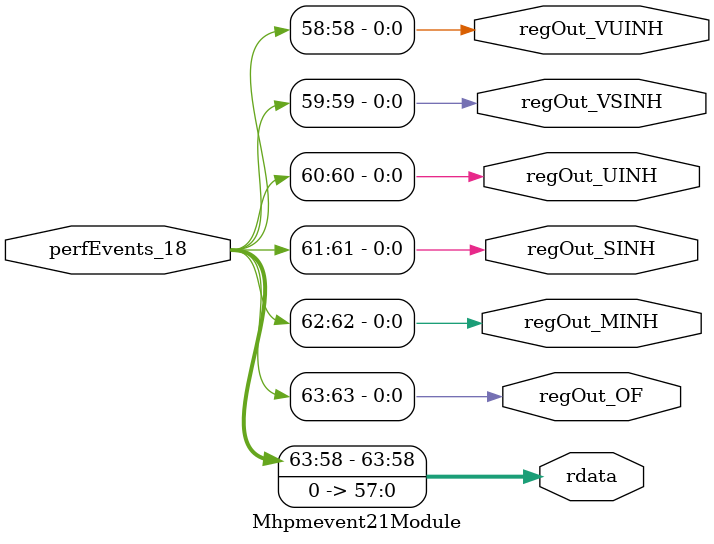
<source format=sv>
`ifndef RANDOMIZE
  `ifdef RANDOMIZE_MEM_INIT
    `define RANDOMIZE
  `endif // RANDOMIZE_MEM_INIT
`endif // not def RANDOMIZE
`ifndef RANDOMIZE
  `ifdef RANDOMIZE_REG_INIT
    `define RANDOMIZE
  `endif // RANDOMIZE_REG_INIT
`endif // not def RANDOMIZE

`ifndef RANDOM
  `define RANDOM $random
`endif // not def RANDOM

// Users can define INIT_RANDOM as general code that gets injected into the
// initializer block for modules with registers.
`ifndef INIT_RANDOM
  `define INIT_RANDOM
`endif // not def INIT_RANDOM

// If using random initialization, you can also define RANDOMIZE_DELAY to
// customize the delay used, otherwise 0.002 is used.
`ifndef RANDOMIZE_DELAY
  `define RANDOMIZE_DELAY 0.002
`endif // not def RANDOMIZE_DELAY

// Define INIT_RANDOM_PROLOG_ for use in our modules below.
`ifndef INIT_RANDOM_PROLOG_
  `ifdef RANDOMIZE
    `ifdef VERILATOR
      `define INIT_RANDOM_PROLOG_ `INIT_RANDOM
    `else  // VERILATOR
      `define INIT_RANDOM_PROLOG_ `INIT_RANDOM #`RANDOMIZE_DELAY begin end
    `endif // VERILATOR
  `else  // RANDOMIZE
    `define INIT_RANDOM_PROLOG_
  `endif // RANDOMIZE
`endif // not def INIT_RANDOM_PROLOG_

// Include register initializers in init blocks unless synthesis is set
`ifndef SYNTHESIS
  `ifndef ENABLE_INITIAL_REG_
    `define ENABLE_INITIAL_REG_
  `endif // not def ENABLE_INITIAL_REG_
`endif // not def SYNTHESIS

// Include rmemory initializers in init blocks unless synthesis is set
`ifndef SYNTHESIS
  `ifndef ENABLE_INITIAL_MEM_
    `define ENABLE_INITIAL_MEM_
  `endif // not def ENABLE_INITIAL_MEM_
`endif // not def SYNTHESIS

module Mhpmevent21Module(
  output [63:0] rdata,
  output        regOut_OF,
  output        regOut_MINH,
  output        regOut_SINH,
  output        regOut_UINH,
  output        regOut_VSINH,
  output        regOut_VUINH,
  input  [63:0] perfEvents_18
);

  assign rdata = {perfEvents_18[63:58], 58'h0};
  assign regOut_OF = perfEvents_18[63];
  assign regOut_MINH = perfEvents_18[62];
  assign regOut_SINH = perfEvents_18[61];
  assign regOut_UINH = perfEvents_18[60];
  assign regOut_VSINH = perfEvents_18[59];
  assign regOut_VUINH = perfEvents_18[58];
endmodule


</source>
